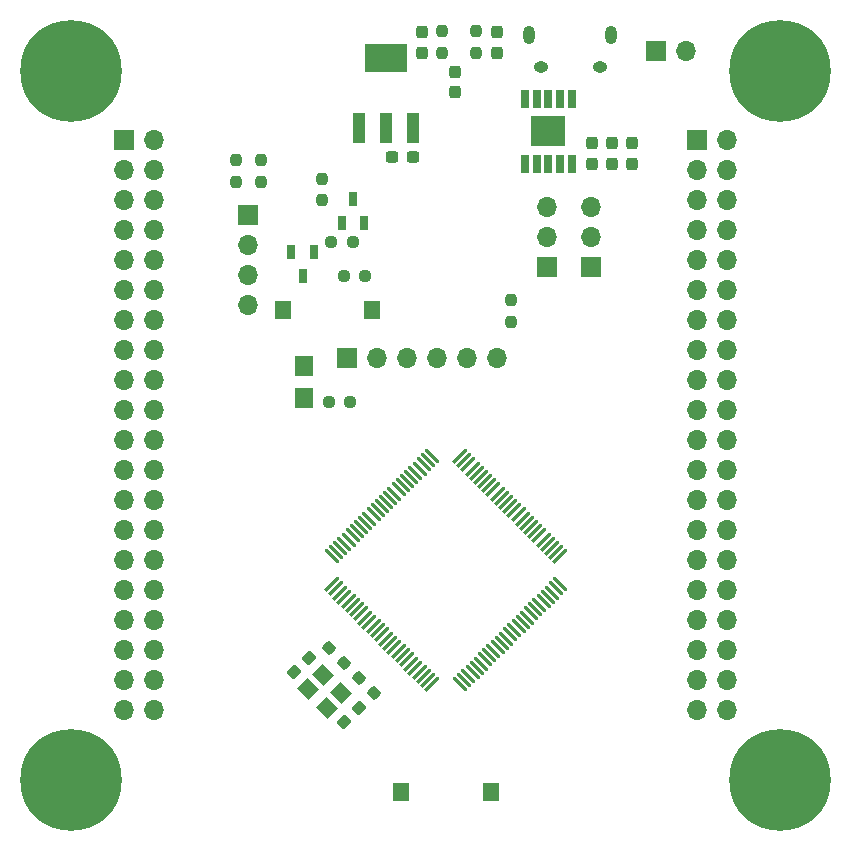
<source format=gbr>
%TF.GenerationSoftware,KiCad,Pcbnew,(6.0.9)*%
%TF.CreationDate,2023-01-04T16:14:01+08:00*%
%TF.ProjectId,CAWController,43415743-6f6e-4747-926f-6c6c65722e6b,rev?*%
%TF.SameCoordinates,Original*%
%TF.FileFunction,Soldermask,Top*%
%TF.FilePolarity,Negative*%
%FSLAX46Y46*%
G04 Gerber Fmt 4.6, Leading zero omitted, Abs format (unit mm)*
G04 Created by KiCad (PCBNEW (6.0.9)) date 2023-01-04 16:14:01*
%MOMM*%
%LPD*%
G01*
G04 APERTURE LIST*
G04 Aperture macros list*
%AMRoundRect*
0 Rectangle with rounded corners*
0 $1 Rounding radius*
0 $2 $3 $4 $5 $6 $7 $8 $9 X,Y pos of 4 corners*
0 Add a 4 corners polygon primitive as box body*
4,1,4,$2,$3,$4,$5,$6,$7,$8,$9,$2,$3,0*
0 Add four circle primitives for the rounded corners*
1,1,$1+$1,$2,$3*
1,1,$1+$1,$4,$5*
1,1,$1+$1,$6,$7*
1,1,$1+$1,$8,$9*
0 Add four rect primitives between the rounded corners*
20,1,$1+$1,$2,$3,$4,$5,0*
20,1,$1+$1,$4,$5,$6,$7,0*
20,1,$1+$1,$6,$7,$8,$9,0*
20,1,$1+$1,$8,$9,$2,$3,0*%
%AMRotRect*
0 Rectangle, with rotation*
0 The origin of the aperture is its center*
0 $1 length*
0 $2 width*
0 $3 Rotation angle, in degrees counterclockwise*
0 Add horizontal line*
21,1,$1,$2,0,0,$3*%
G04 Aperture macros list end*
%ADD10RoundRect,0.237500X-0.237500X0.300000X-0.237500X-0.300000X0.237500X-0.300000X0.237500X0.300000X0*%
%ADD11R,1.700000X1.700000*%
%ADD12O,1.700000X1.700000*%
%ADD13RoundRect,0.237500X-0.237500X0.250000X-0.237500X-0.250000X0.237500X-0.250000X0.237500X0.250000X0*%
%ADD14C,0.900000*%
%ADD15C,8.600000*%
%ADD16RoundRect,0.237500X-0.237500X0.287500X-0.237500X-0.287500X0.237500X-0.287500X0.237500X0.287500X0*%
%ADD17RoundRect,0.237500X0.344715X-0.008839X-0.008839X0.344715X-0.344715X0.008839X0.008839X-0.344715X0*%
%ADD18RoundRect,0.237500X-0.250000X-0.237500X0.250000X-0.237500X0.250000X0.237500X-0.250000X0.237500X0*%
%ADD19R,1.400000X1.500000*%
%ADD20RoundRect,0.237500X0.237500X-0.287500X0.237500X0.287500X-0.237500X0.287500X-0.237500X-0.287500X0*%
%ADD21R,1.620000X1.785000*%
%ADD22RoundRect,0.237500X0.237500X-0.300000X0.237500X0.300000X-0.237500X0.300000X-0.237500X-0.300000X0*%
%ADD23RoundRect,0.237500X0.300000X0.237500X-0.300000X0.237500X-0.300000X-0.237500X0.300000X-0.237500X0*%
%ADD24RotRect,1.400000X1.200000X315.000000*%
%ADD25RoundRect,0.075000X-0.459619X-0.565685X0.565685X0.459619X0.459619X0.565685X-0.565685X-0.459619X0*%
%ADD26RoundRect,0.075000X0.459619X-0.565685X0.565685X-0.459619X-0.459619X0.565685X-0.565685X0.459619X0*%
%ADD27RoundRect,0.237500X0.237500X-0.250000X0.237500X0.250000X-0.237500X0.250000X-0.237500X-0.250000X0*%
%ADD28R,3.600000X2.340000*%
%ADD29R,1.100000X2.500000*%
%ADD30R,0.700000X1.250000*%
%ADD31RoundRect,0.050800X0.300000X0.750000X-0.300000X0.750000X-0.300000X-0.750000X0.300000X-0.750000X0*%
%ADD32RoundRect,0.050800X-1.400000X-1.200000X1.400000X-1.200000X1.400000X1.200000X-1.400000X1.200000X0*%
%ADD33RoundRect,0.237500X0.250000X0.237500X-0.250000X0.237500X-0.250000X-0.237500X0.250000X-0.237500X0*%
%ADD34RoundRect,0.237500X-0.044194X-0.380070X0.380070X0.044194X0.044194X0.380070X-0.380070X-0.044194X0*%
%ADD35RoundRect,0.237500X0.044194X0.380070X-0.380070X-0.044194X-0.044194X-0.380070X0.380070X0.044194X0*%
%ADD36O,1.250000X0.950000*%
%ADD37O,1.000000X1.550000*%
G04 APERTURE END LIST*
D10*
%TO.C,C13*%
X149840000Y-72107500D03*
X149840000Y-73832500D03*
%TD*%
D11*
%TO.C,J6*%
X155316000Y-64262000D03*
D12*
X157856000Y-64262000D03*
%TD*%
D13*
%TO.C,R8*%
X119700000Y-73555000D03*
X119700000Y-75380000D03*
%TD*%
D14*
%TO.C,H4*%
X108975000Y-126005000D03*
D15*
X105750000Y-126005000D03*
D14*
X108030419Y-123724581D03*
X102525000Y-126005000D03*
X105750000Y-129230000D03*
X108030419Y-128285419D03*
X103469581Y-128285419D03*
X105750000Y-122780000D03*
X103469581Y-123724581D03*
%TD*%
%TO.C,H2*%
X168030419Y-63724581D03*
X168030419Y-68285419D03*
X165750000Y-62780000D03*
X165750000Y-69230000D03*
X163469581Y-68285419D03*
X168975000Y-66005000D03*
X163469581Y-63724581D03*
X162525000Y-66005000D03*
D15*
X165750000Y-66005000D03*
%TD*%
D13*
%TO.C,R15*%
X142970000Y-85377500D03*
X142970000Y-87202500D03*
%TD*%
D16*
%TO.C,D3*%
X135460000Y-62667500D03*
X135460000Y-64417500D03*
%TD*%
D17*
%TO.C,R10*%
X128895235Y-116145235D03*
X127604765Y-114854765D03*
%TD*%
D18*
%TO.C,R5*%
X127787500Y-80470000D03*
X129612500Y-80470000D03*
%TD*%
D13*
%TO.C,R16*%
X137160000Y-62630000D03*
X137160000Y-64455000D03*
%TD*%
D19*
%TO.C,SW1*%
X141300000Y-127000000D03*
X133700000Y-127000000D03*
%TD*%
D20*
%TO.C,D1*%
X141780000Y-64422500D03*
X141780000Y-62672500D03*
%TD*%
D11*
%TO.C,J1*%
X110225000Y-71850000D03*
D12*
X112765000Y-71850000D03*
X110225000Y-74390000D03*
X112765000Y-74390000D03*
X110225000Y-76930000D03*
X112765000Y-76930000D03*
X110225000Y-79470000D03*
X112765000Y-79470000D03*
X110225000Y-82010000D03*
X112765000Y-82010000D03*
X110225000Y-84550000D03*
X112765000Y-84550000D03*
X110225000Y-87090000D03*
X112765000Y-87090000D03*
X110225000Y-89630000D03*
X112765000Y-89630000D03*
X110225000Y-92170000D03*
X112765000Y-92170000D03*
X110225000Y-94710000D03*
X112765000Y-94710000D03*
X110225000Y-97250000D03*
X112765000Y-97250000D03*
X110225000Y-99790000D03*
X112765000Y-99790000D03*
X110225000Y-102330000D03*
X112765000Y-102330000D03*
X110225000Y-104870000D03*
X112765000Y-104870000D03*
X110225000Y-107410000D03*
X112765000Y-107410000D03*
X110225000Y-109950000D03*
X112765000Y-109950000D03*
X110225000Y-112490000D03*
X112765000Y-112490000D03*
X110225000Y-115030000D03*
X112765000Y-115030000D03*
X110225000Y-117570000D03*
X112765000Y-117570000D03*
X110225000Y-120110000D03*
X112765000Y-120110000D03*
%TD*%
D21*
%TO.C,D2*%
X125470000Y-90951000D03*
X125470000Y-93637000D03*
%TD*%
D22*
%TO.C,C3*%
X138230000Y-67792500D03*
X138230000Y-66067500D03*
%TD*%
D19*
%TO.C,SW3*%
X131260000Y-86250000D03*
X123660000Y-86250000D03*
%TD*%
D23*
%TO.C,C4*%
X134682500Y-73220000D03*
X132957500Y-73220000D03*
%TD*%
D24*
%TO.C,Y2*%
X125853464Y-118340901D03*
X127409099Y-119896536D03*
X128646536Y-118659099D03*
X127090901Y-117103464D03*
%TD*%
D25*
%TO.C,U1*%
X127830315Y-109434404D03*
X128183868Y-109787957D03*
X128537422Y-110141511D03*
X128890975Y-110495064D03*
X129244528Y-110848617D03*
X129598082Y-111202171D03*
X129951635Y-111555724D03*
X130305189Y-111909278D03*
X130658742Y-112262831D03*
X131012295Y-112616384D03*
X131365849Y-112969938D03*
X131719402Y-113323491D03*
X132072955Y-113677045D03*
X132426509Y-114030598D03*
X132780062Y-114384151D03*
X133133616Y-114737705D03*
X133487169Y-115091258D03*
X133840722Y-115444811D03*
X134194276Y-115798365D03*
X134547829Y-116151918D03*
X134901383Y-116505472D03*
X135254936Y-116859025D03*
X135608489Y-117212578D03*
X135962043Y-117566132D03*
X136315596Y-117919685D03*
D26*
X138684404Y-117919685D03*
X139037957Y-117566132D03*
X139391511Y-117212578D03*
X139745064Y-116859025D03*
X140098617Y-116505472D03*
X140452171Y-116151918D03*
X140805724Y-115798365D03*
X141159278Y-115444811D03*
X141512831Y-115091258D03*
X141866384Y-114737705D03*
X142219938Y-114384151D03*
X142573491Y-114030598D03*
X142927045Y-113677045D03*
X143280598Y-113323491D03*
X143634151Y-112969938D03*
X143987705Y-112616384D03*
X144341258Y-112262831D03*
X144694811Y-111909278D03*
X145048365Y-111555724D03*
X145401918Y-111202171D03*
X145755472Y-110848617D03*
X146109025Y-110495064D03*
X146462578Y-110141511D03*
X146816132Y-109787957D03*
X147169685Y-109434404D03*
D25*
X147169685Y-107065596D03*
X146816132Y-106712043D03*
X146462578Y-106358489D03*
X146109025Y-106004936D03*
X145755472Y-105651383D03*
X145401918Y-105297829D03*
X145048365Y-104944276D03*
X144694811Y-104590722D03*
X144341258Y-104237169D03*
X143987705Y-103883616D03*
X143634151Y-103530062D03*
X143280598Y-103176509D03*
X142927045Y-102822955D03*
X142573491Y-102469402D03*
X142219938Y-102115849D03*
X141866384Y-101762295D03*
X141512831Y-101408742D03*
X141159278Y-101055189D03*
X140805724Y-100701635D03*
X140452171Y-100348082D03*
X140098617Y-99994528D03*
X139745064Y-99640975D03*
X139391511Y-99287422D03*
X139037957Y-98933868D03*
X138684404Y-98580315D03*
D26*
X136315596Y-98580315D03*
X135962043Y-98933868D03*
X135608489Y-99287422D03*
X135254936Y-99640975D03*
X134901383Y-99994528D03*
X134547829Y-100348082D03*
X134194276Y-100701635D03*
X133840722Y-101055189D03*
X133487169Y-101408742D03*
X133133616Y-101762295D03*
X132780062Y-102115849D03*
X132426509Y-102469402D03*
X132072955Y-102822955D03*
X131719402Y-103176509D03*
X131365849Y-103530062D03*
X131012295Y-103883616D03*
X130658742Y-104237169D03*
X130305189Y-104590722D03*
X129951635Y-104944276D03*
X129598082Y-105297829D03*
X129244528Y-105651383D03*
X128890975Y-106004936D03*
X128537422Y-106358489D03*
X128183868Y-106712043D03*
X127830315Y-107065596D03*
%TD*%
D14*
%TO.C,H3*%
X162525000Y-126005000D03*
X163469581Y-123724581D03*
X165750000Y-122780000D03*
X168030419Y-128285419D03*
X163469581Y-128285419D03*
X168030419Y-123724581D03*
D15*
X165750000Y-126005000D03*
D14*
X165750000Y-129230000D03*
X168975000Y-126005000D03*
%TD*%
D17*
%TO.C,R11*%
X131395235Y-118645235D03*
X130104765Y-117354765D03*
%TD*%
D10*
%TO.C,C10*%
X151570000Y-72107500D03*
X151570000Y-73832500D03*
%TD*%
D11*
%TO.C,J9*%
X146060000Y-82560000D03*
D12*
X146060000Y-80020000D03*
X146060000Y-77480000D03*
%TD*%
D27*
%TO.C,R6*%
X127000000Y-76912500D03*
X127000000Y-75087500D03*
%TD*%
%TO.C,R2*%
X140046250Y-64455000D03*
X140046250Y-62630000D03*
%TD*%
D11*
%TO.C,J8*%
X149800000Y-82565000D03*
D12*
X149800000Y-80025000D03*
X149800000Y-77485000D03*
%TD*%
D28*
%TO.C,U2*%
X132420000Y-64890000D03*
D29*
X130120000Y-70830000D03*
X132420000Y-70830000D03*
X134720000Y-70830000D03*
%TD*%
D27*
%TO.C,R7*%
X121840000Y-75372500D03*
X121840000Y-73547500D03*
%TD*%
D10*
%TO.C,C9*%
X153260000Y-72107500D03*
X153260000Y-73832500D03*
%TD*%
D11*
%TO.C,J3*%
X129150000Y-90250000D03*
D12*
X131690000Y-90250000D03*
X134230000Y-90250000D03*
X136770000Y-90250000D03*
X139310000Y-90250000D03*
X141850000Y-90250000D03*
%TD*%
D14*
%TO.C,H1*%
X105750000Y-62780000D03*
D15*
X105750000Y-66005000D03*
D14*
X103469581Y-63724581D03*
X105750000Y-69230000D03*
X108030419Y-68285419D03*
X108975000Y-66005000D03*
X103469581Y-68285419D03*
X108030419Y-63724581D03*
X102525000Y-66005000D03*
%TD*%
D30*
%TO.C,Q2*%
X128680000Y-78860000D03*
X130580000Y-78860000D03*
X129630000Y-76860000D03*
%TD*%
D31*
%TO.C,U3*%
X148170000Y-68340100D03*
X147170000Y-68340100D03*
X146170000Y-68340100D03*
X145170000Y-68340100D03*
X144170000Y-68340100D03*
X144170000Y-73839900D03*
X145170000Y-73839900D03*
X146170000Y-73839900D03*
X147170000Y-73839900D03*
X148170000Y-73839900D03*
D32*
X146170000Y-71089900D03*
%TD*%
D18*
%TO.C,R4*%
X128817500Y-83340000D03*
X130642500Y-83340000D03*
%TD*%
D33*
%TO.C,R3*%
X129392500Y-94030000D03*
X127567500Y-94030000D03*
%TD*%
D11*
%TO.C,J4*%
X120750000Y-78170000D03*
D12*
X120750000Y-80710000D03*
X120750000Y-83250000D03*
X120750000Y-85790000D03*
%TD*%
D34*
%TO.C,C19*%
X124640120Y-116859880D03*
X125859880Y-115640120D03*
%TD*%
D30*
%TO.C,Q1*%
X126310000Y-81307500D03*
X124410000Y-81307500D03*
X125360000Y-83307500D03*
%TD*%
D35*
%TO.C,C22*%
X130109880Y-119890120D03*
X128890120Y-121109880D03*
%TD*%
D11*
%TO.C,J2*%
X158725000Y-71850000D03*
D12*
X161265000Y-71850000D03*
X158725000Y-74390000D03*
X161265000Y-74390000D03*
X158725000Y-76930000D03*
X161265000Y-76930000D03*
X158725000Y-79470000D03*
X161265000Y-79470000D03*
X158725000Y-82010000D03*
X161265000Y-82010000D03*
X158725000Y-84550000D03*
X161265000Y-84550000D03*
X158725000Y-87090000D03*
X161265000Y-87090000D03*
X158725000Y-89630000D03*
X161265000Y-89630000D03*
X158725000Y-92170000D03*
X161265000Y-92170000D03*
X158725000Y-94710000D03*
X161265000Y-94710000D03*
X158725000Y-97250000D03*
X161265000Y-97250000D03*
X158725000Y-99790000D03*
X161265000Y-99790000D03*
X158725000Y-102330000D03*
X161265000Y-102330000D03*
X158725000Y-104870000D03*
X161265000Y-104870000D03*
X158725000Y-107410000D03*
X161265000Y-107410000D03*
X158725000Y-109950000D03*
X161265000Y-109950000D03*
X158725000Y-112490000D03*
X161265000Y-112490000D03*
X158725000Y-115030000D03*
X161265000Y-115030000D03*
X158725000Y-117570000D03*
X161265000Y-117570000D03*
X158725000Y-120110000D03*
X161265000Y-120110000D03*
%TD*%
D36*
%TO.C,J5*%
X150500000Y-65600000D03*
D37*
X144500000Y-62900000D03*
D36*
X145500000Y-65600000D03*
D37*
X151500000Y-62900000D03*
%TD*%
M02*

</source>
